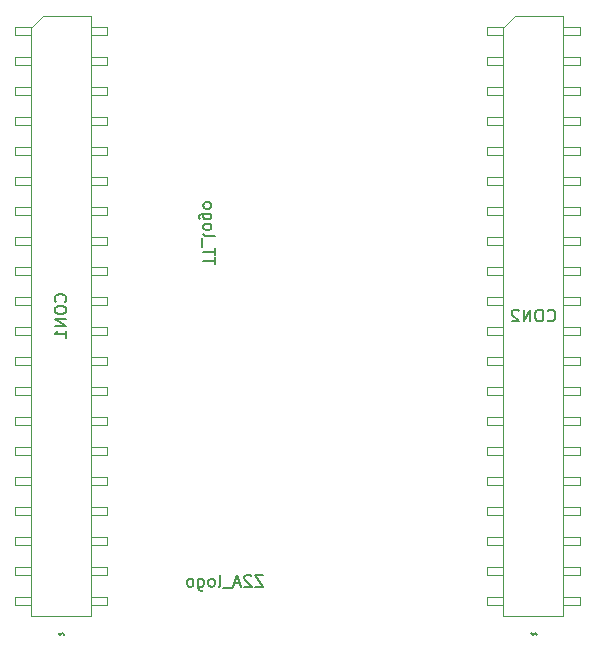
<source format=gbr>
%TF.GenerationSoftware,KiCad,Pcbnew,8.0.7-8.0.7-0~ubuntu22.04.1*%
%TF.CreationDate,2024-12-10T17:00:38-05:00*%
%TF.ProjectId,breakout-tt07-qfn,62726561-6b6f-4757-942d-747430372d71,1.1*%
%TF.SameCoordinates,PX2b64660PY42c1d80*%
%TF.FileFunction,AssemblyDrawing,Bot*%
%FSLAX46Y46*%
G04 Gerber Fmt 4.6, Leading zero omitted, Abs format (unit mm)*
G04 Created by KiCad (PCBNEW 8.0.7-8.0.7-0~ubuntu22.04.1) date 2024-12-10 17:00:38*
%MOMM*%
%LPD*%
G01*
G04 APERTURE LIST*
%ADD10C,0.150000*%
%ADD11C,0.100000*%
G04 APERTURE END LIST*
D10*
X90761904Y-70973866D02*
X90714285Y-70926247D01*
X90714285Y-70926247D02*
X90619047Y-70878628D01*
X90619047Y-70878628D02*
X90428571Y-70973866D01*
X90428571Y-70973866D02*
X90333333Y-70926247D01*
X90333333Y-70926247D02*
X90285714Y-70878628D01*
X91714285Y-44359580D02*
X91761904Y-44407200D01*
X91761904Y-44407200D02*
X91904761Y-44454819D01*
X91904761Y-44454819D02*
X91999999Y-44454819D01*
X91999999Y-44454819D02*
X92142856Y-44407200D01*
X92142856Y-44407200D02*
X92238094Y-44311961D01*
X92238094Y-44311961D02*
X92285713Y-44216723D01*
X92285713Y-44216723D02*
X92333332Y-44026247D01*
X92333332Y-44026247D02*
X92333332Y-43883390D01*
X92333332Y-43883390D02*
X92285713Y-43692914D01*
X92285713Y-43692914D02*
X92238094Y-43597676D01*
X92238094Y-43597676D02*
X92142856Y-43502438D01*
X92142856Y-43502438D02*
X91999999Y-43454819D01*
X91999999Y-43454819D02*
X91904761Y-43454819D01*
X91904761Y-43454819D02*
X91761904Y-43502438D01*
X91761904Y-43502438D02*
X91714285Y-43550057D01*
X91095237Y-43454819D02*
X90904761Y-43454819D01*
X90904761Y-43454819D02*
X90809523Y-43502438D01*
X90809523Y-43502438D02*
X90714285Y-43597676D01*
X90714285Y-43597676D02*
X90666666Y-43788152D01*
X90666666Y-43788152D02*
X90666666Y-44121485D01*
X90666666Y-44121485D02*
X90714285Y-44311961D01*
X90714285Y-44311961D02*
X90809523Y-44407200D01*
X90809523Y-44407200D02*
X90904761Y-44454819D01*
X90904761Y-44454819D02*
X91095237Y-44454819D01*
X91095237Y-44454819D02*
X91190475Y-44407200D01*
X91190475Y-44407200D02*
X91285713Y-44311961D01*
X91285713Y-44311961D02*
X91333332Y-44121485D01*
X91333332Y-44121485D02*
X91333332Y-43788152D01*
X91333332Y-43788152D02*
X91285713Y-43597676D01*
X91285713Y-43597676D02*
X91190475Y-43502438D01*
X91190475Y-43502438D02*
X91095237Y-43454819D01*
X90238094Y-44454819D02*
X90238094Y-43454819D01*
X90238094Y-43454819D02*
X89666666Y-44454819D01*
X89666666Y-44454819D02*
X89666666Y-43454819D01*
X89238094Y-43550057D02*
X89190475Y-43502438D01*
X89190475Y-43502438D02*
X89095237Y-43454819D01*
X89095237Y-43454819D02*
X88857142Y-43454819D01*
X88857142Y-43454819D02*
X88761904Y-43502438D01*
X88761904Y-43502438D02*
X88714285Y-43550057D01*
X88714285Y-43550057D02*
X88666666Y-43645295D01*
X88666666Y-43645295D02*
X88666666Y-43740533D01*
X88666666Y-43740533D02*
X88714285Y-43883390D01*
X88714285Y-43883390D02*
X89285713Y-44454819D01*
X89285713Y-44454819D02*
X88666666Y-44454819D01*
X67598895Y-65912867D02*
X66932229Y-65912867D01*
X66932229Y-65912867D02*
X67598895Y-66912867D01*
X67598895Y-66912867D02*
X66932229Y-66912867D01*
X66598895Y-66008105D02*
X66551276Y-65960486D01*
X66551276Y-65960486D02*
X66456038Y-65912867D01*
X66456038Y-65912867D02*
X66217943Y-65912867D01*
X66217943Y-65912867D02*
X66122705Y-65960486D01*
X66122705Y-65960486D02*
X66075086Y-66008105D01*
X66075086Y-66008105D02*
X66027467Y-66103343D01*
X66027467Y-66103343D02*
X66027467Y-66198581D01*
X66027467Y-66198581D02*
X66075086Y-66341438D01*
X66075086Y-66341438D02*
X66646514Y-66912867D01*
X66646514Y-66912867D02*
X66027467Y-66912867D01*
X65646514Y-66627152D02*
X65170324Y-66627152D01*
X65741752Y-66912867D02*
X65408419Y-65912867D01*
X65408419Y-65912867D02*
X65075086Y-66912867D01*
X64979848Y-67008105D02*
X64217943Y-67008105D01*
X63836990Y-66912867D02*
X63932228Y-66865248D01*
X63932228Y-66865248D02*
X63979847Y-66770009D01*
X63979847Y-66770009D02*
X63979847Y-65912867D01*
X63313180Y-66912867D02*
X63408418Y-66865248D01*
X63408418Y-66865248D02*
X63456037Y-66817628D01*
X63456037Y-66817628D02*
X63503656Y-66722390D01*
X63503656Y-66722390D02*
X63503656Y-66436676D01*
X63503656Y-66436676D02*
X63456037Y-66341438D01*
X63456037Y-66341438D02*
X63408418Y-66293819D01*
X63408418Y-66293819D02*
X63313180Y-66246200D01*
X63313180Y-66246200D02*
X63170323Y-66246200D01*
X63170323Y-66246200D02*
X63075085Y-66293819D01*
X63075085Y-66293819D02*
X63027466Y-66341438D01*
X63027466Y-66341438D02*
X62979847Y-66436676D01*
X62979847Y-66436676D02*
X62979847Y-66722390D01*
X62979847Y-66722390D02*
X63027466Y-66817628D01*
X63027466Y-66817628D02*
X63075085Y-66865248D01*
X63075085Y-66865248D02*
X63170323Y-66912867D01*
X63170323Y-66912867D02*
X63313180Y-66912867D01*
X62122704Y-66246200D02*
X62122704Y-67055724D01*
X62122704Y-67055724D02*
X62170323Y-67150962D01*
X62170323Y-67150962D02*
X62217942Y-67198581D01*
X62217942Y-67198581D02*
X62313180Y-67246200D01*
X62313180Y-67246200D02*
X62456037Y-67246200D01*
X62456037Y-67246200D02*
X62551275Y-67198581D01*
X62122704Y-66865248D02*
X62217942Y-66912867D01*
X62217942Y-66912867D02*
X62408418Y-66912867D01*
X62408418Y-66912867D02*
X62503656Y-66865248D01*
X62503656Y-66865248D02*
X62551275Y-66817628D01*
X62551275Y-66817628D02*
X62598894Y-66722390D01*
X62598894Y-66722390D02*
X62598894Y-66436676D01*
X62598894Y-66436676D02*
X62551275Y-66341438D01*
X62551275Y-66341438D02*
X62503656Y-66293819D01*
X62503656Y-66293819D02*
X62408418Y-66246200D01*
X62408418Y-66246200D02*
X62217942Y-66246200D01*
X62217942Y-66246200D02*
X62122704Y-66293819D01*
X61503656Y-66912867D02*
X61598894Y-66865248D01*
X61598894Y-66865248D02*
X61646513Y-66817628D01*
X61646513Y-66817628D02*
X61694132Y-66722390D01*
X61694132Y-66722390D02*
X61694132Y-66436676D01*
X61694132Y-66436676D02*
X61646513Y-66341438D01*
X61646513Y-66341438D02*
X61598894Y-66293819D01*
X61598894Y-66293819D02*
X61503656Y-66246200D01*
X61503656Y-66246200D02*
X61360799Y-66246200D01*
X61360799Y-66246200D02*
X61265561Y-66293819D01*
X61265561Y-66293819D02*
X61217942Y-66341438D01*
X61217942Y-66341438D02*
X61170323Y-66436676D01*
X61170323Y-66436676D02*
X61170323Y-66722390D01*
X61170323Y-66722390D02*
X61217942Y-66817628D01*
X61217942Y-66817628D02*
X61265561Y-66865248D01*
X61265561Y-66865248D02*
X61360799Y-66912867D01*
X61360799Y-66912867D02*
X61503656Y-66912867D01*
X63545180Y-39616666D02*
X63545180Y-39045238D01*
X62545180Y-39330952D02*
X63545180Y-39330952D01*
X63545180Y-38854761D02*
X63545180Y-38283333D01*
X62545180Y-38569047D02*
X63545180Y-38569047D01*
X62449942Y-38188095D02*
X62449942Y-37426190D01*
X62545180Y-37045237D02*
X62592800Y-37140475D01*
X62592800Y-37140475D02*
X62688038Y-37188094D01*
X62688038Y-37188094D02*
X63545180Y-37188094D01*
X62545180Y-36521427D02*
X62592800Y-36616665D01*
X62592800Y-36616665D02*
X62640419Y-36664284D01*
X62640419Y-36664284D02*
X62735657Y-36711903D01*
X62735657Y-36711903D02*
X63021371Y-36711903D01*
X63021371Y-36711903D02*
X63116609Y-36664284D01*
X63116609Y-36664284D02*
X63164228Y-36616665D01*
X63164228Y-36616665D02*
X63211847Y-36521427D01*
X63211847Y-36521427D02*
X63211847Y-36378570D01*
X63211847Y-36378570D02*
X63164228Y-36283332D01*
X63164228Y-36283332D02*
X63116609Y-36235713D01*
X63116609Y-36235713D02*
X63021371Y-36188094D01*
X63021371Y-36188094D02*
X62735657Y-36188094D01*
X62735657Y-36188094D02*
X62640419Y-36235713D01*
X62640419Y-36235713D02*
X62592800Y-36283332D01*
X62592800Y-36283332D02*
X62545180Y-36378570D01*
X62545180Y-36378570D02*
X62545180Y-36521427D01*
X63211847Y-35330951D02*
X62402323Y-35330951D01*
X62402323Y-35330951D02*
X62307085Y-35378570D01*
X62307085Y-35378570D02*
X62259466Y-35426189D01*
X62259466Y-35426189D02*
X62211847Y-35521427D01*
X62211847Y-35521427D02*
X62211847Y-35664284D01*
X62211847Y-35664284D02*
X62259466Y-35759522D01*
X62592800Y-35330951D02*
X62545180Y-35426189D01*
X62545180Y-35426189D02*
X62545180Y-35616665D01*
X62545180Y-35616665D02*
X62592800Y-35711903D01*
X62592800Y-35711903D02*
X62640419Y-35759522D01*
X62640419Y-35759522D02*
X62735657Y-35807141D01*
X62735657Y-35807141D02*
X63021371Y-35807141D01*
X63021371Y-35807141D02*
X63116609Y-35759522D01*
X63116609Y-35759522D02*
X63164228Y-35711903D01*
X63164228Y-35711903D02*
X63211847Y-35616665D01*
X63211847Y-35616665D02*
X63211847Y-35426189D01*
X63211847Y-35426189D02*
X63164228Y-35330951D01*
X62545180Y-34711903D02*
X62592800Y-34807141D01*
X62592800Y-34807141D02*
X62640419Y-34854760D01*
X62640419Y-34854760D02*
X62735657Y-34902379D01*
X62735657Y-34902379D02*
X63021371Y-34902379D01*
X63021371Y-34902379D02*
X63116609Y-34854760D01*
X63116609Y-34854760D02*
X63164228Y-34807141D01*
X63164228Y-34807141D02*
X63211847Y-34711903D01*
X63211847Y-34711903D02*
X63211847Y-34569046D01*
X63211847Y-34569046D02*
X63164228Y-34473808D01*
X63164228Y-34473808D02*
X63116609Y-34426189D01*
X63116609Y-34426189D02*
X63021371Y-34378570D01*
X63021371Y-34378570D02*
X62735657Y-34378570D01*
X62735657Y-34378570D02*
X62640419Y-34426189D01*
X62640419Y-34426189D02*
X62592800Y-34473808D01*
X62592800Y-34473808D02*
X62545180Y-34569046D01*
X62545180Y-34569046D02*
X62545180Y-34711903D01*
X50761904Y-70973866D02*
X50714285Y-70926247D01*
X50714285Y-70926247D02*
X50619047Y-70878628D01*
X50619047Y-70878628D02*
X50428571Y-70973866D01*
X50428571Y-70973866D02*
X50333333Y-70926247D01*
X50333333Y-70926247D02*
X50285714Y-70878628D01*
X50859580Y-42785714D02*
X50907200Y-42738095D01*
X50907200Y-42738095D02*
X50954819Y-42595238D01*
X50954819Y-42595238D02*
X50954819Y-42500000D01*
X50954819Y-42500000D02*
X50907200Y-42357143D01*
X50907200Y-42357143D02*
X50811961Y-42261905D01*
X50811961Y-42261905D02*
X50716723Y-42214286D01*
X50716723Y-42214286D02*
X50526247Y-42166667D01*
X50526247Y-42166667D02*
X50383390Y-42166667D01*
X50383390Y-42166667D02*
X50192914Y-42214286D01*
X50192914Y-42214286D02*
X50097676Y-42261905D01*
X50097676Y-42261905D02*
X50002438Y-42357143D01*
X50002438Y-42357143D02*
X49954819Y-42500000D01*
X49954819Y-42500000D02*
X49954819Y-42595238D01*
X49954819Y-42595238D02*
X50002438Y-42738095D01*
X50002438Y-42738095D02*
X50050057Y-42785714D01*
X49954819Y-43404762D02*
X49954819Y-43595238D01*
X49954819Y-43595238D02*
X50002438Y-43690476D01*
X50002438Y-43690476D02*
X50097676Y-43785714D01*
X50097676Y-43785714D02*
X50288152Y-43833333D01*
X50288152Y-43833333D02*
X50621485Y-43833333D01*
X50621485Y-43833333D02*
X50811961Y-43785714D01*
X50811961Y-43785714D02*
X50907200Y-43690476D01*
X50907200Y-43690476D02*
X50954819Y-43595238D01*
X50954819Y-43595238D02*
X50954819Y-43404762D01*
X50954819Y-43404762D02*
X50907200Y-43309524D01*
X50907200Y-43309524D02*
X50811961Y-43214286D01*
X50811961Y-43214286D02*
X50621485Y-43166667D01*
X50621485Y-43166667D02*
X50288152Y-43166667D01*
X50288152Y-43166667D02*
X50097676Y-43214286D01*
X50097676Y-43214286D02*
X50002438Y-43309524D01*
X50002438Y-43309524D02*
X49954819Y-43404762D01*
X50954819Y-44261905D02*
X49954819Y-44261905D01*
X49954819Y-44261905D02*
X50954819Y-44833333D01*
X50954819Y-44833333D02*
X49954819Y-44833333D01*
X50954819Y-45833333D02*
X50954819Y-45261905D01*
X50954819Y-45547619D02*
X49954819Y-45547619D01*
X49954819Y-45547619D02*
X50097676Y-45452381D01*
X50097676Y-45452381D02*
X50192914Y-45357143D01*
X50192914Y-45357143D02*
X50240533Y-45261905D01*
D11*
%TO.C,CON2*%
X86580000Y-19550000D02*
X87960000Y-19550000D01*
X86580000Y-20190000D02*
X86580000Y-19550000D01*
X86580000Y-22090000D02*
X87960000Y-22090000D01*
X86580000Y-22730000D02*
X86580000Y-22090000D01*
X86580000Y-24630000D02*
X87960000Y-24630000D01*
X86580000Y-25270000D02*
X86580000Y-24630000D01*
X86580000Y-27170000D02*
X87960000Y-27170000D01*
X86580000Y-27810000D02*
X86580000Y-27170000D01*
X86580000Y-29710000D02*
X87960000Y-29710000D01*
X86580000Y-30350000D02*
X86580000Y-29710000D01*
X86580000Y-32250000D02*
X87960000Y-32250000D01*
X86580000Y-32890000D02*
X86580000Y-32250000D01*
X86580000Y-34790000D02*
X87960000Y-34790000D01*
X86580000Y-35430000D02*
X86580000Y-34790000D01*
X86580000Y-37330000D02*
X87960000Y-37330000D01*
X86580000Y-37970000D02*
X86580000Y-37330000D01*
X86580000Y-39870000D02*
X87960000Y-39870000D01*
X86580000Y-40510000D02*
X86580000Y-39870000D01*
X86580000Y-42410000D02*
X87960000Y-42410000D01*
X86580000Y-43050000D02*
X86580000Y-42410000D01*
X86580000Y-44950000D02*
X87960000Y-44950000D01*
X86580000Y-45590000D02*
X86580000Y-44950000D01*
X86580000Y-47490000D02*
X87960000Y-47490000D01*
X86580000Y-48130000D02*
X86580000Y-47490000D01*
X86580000Y-50030000D02*
X87960000Y-50030000D01*
X86580000Y-50670000D02*
X86580000Y-50030000D01*
X86580000Y-52570000D02*
X87960000Y-52570000D01*
X86580000Y-53210000D02*
X86580000Y-52570000D01*
X86580000Y-55110000D02*
X87960000Y-55110000D01*
X86580000Y-55750000D02*
X86580000Y-55110000D01*
X86580000Y-57650000D02*
X87960000Y-57650000D01*
X86580000Y-58290000D02*
X86580000Y-57650000D01*
X86580000Y-60190000D02*
X87960000Y-60190000D01*
X86580000Y-60830000D02*
X86580000Y-60190000D01*
X86580000Y-62730000D02*
X87960000Y-62730000D01*
X86580000Y-63370000D02*
X86580000Y-62730000D01*
X86580000Y-65270000D02*
X87960000Y-65270000D01*
X86580000Y-65910000D02*
X86580000Y-65270000D01*
X86580000Y-67810000D02*
X87960000Y-67810000D01*
X86580000Y-68450000D02*
X86580000Y-67810000D01*
X87960000Y-19600000D02*
X88960000Y-18600000D01*
X87960000Y-20190000D02*
X86580000Y-20190000D01*
X87960000Y-22730000D02*
X86580000Y-22730000D01*
X87960000Y-25270000D02*
X86580000Y-25270000D01*
X87960000Y-27810000D02*
X86580000Y-27810000D01*
X87960000Y-30350000D02*
X86580000Y-30350000D01*
X87960000Y-32890000D02*
X86580000Y-32890000D01*
X87960000Y-35430000D02*
X86580000Y-35430000D01*
X87960000Y-37970000D02*
X86580000Y-37970000D01*
X87960000Y-40510000D02*
X86580000Y-40510000D01*
X87960000Y-43050000D02*
X86580000Y-43050000D01*
X87960000Y-45590000D02*
X86580000Y-45590000D01*
X87960000Y-48130000D02*
X86580000Y-48130000D01*
X87960000Y-50670000D02*
X86580000Y-50670000D01*
X87960000Y-53210000D02*
X86580000Y-53210000D01*
X87960000Y-55750000D02*
X86580000Y-55750000D01*
X87960000Y-58290000D02*
X86580000Y-58290000D01*
X87960000Y-60830000D02*
X86580000Y-60830000D01*
X87960000Y-63370000D02*
X86580000Y-63370000D01*
X87960000Y-65910000D02*
X86580000Y-65910000D01*
X87960000Y-68450000D02*
X86580000Y-68450000D01*
X87960000Y-69400000D02*
X87960000Y-19600000D01*
X88960000Y-18600000D02*
X93040000Y-18600000D01*
X93040000Y-18600000D02*
X93040000Y-69400000D01*
X93040000Y-19550000D02*
X94420000Y-19550000D01*
X93040000Y-22090000D02*
X94420000Y-22090000D01*
X93040000Y-24630000D02*
X94420000Y-24630000D01*
X93040000Y-27170000D02*
X94420000Y-27170000D01*
X93040000Y-29710000D02*
X94420000Y-29710000D01*
X93040000Y-32250000D02*
X94420000Y-32250000D01*
X93040000Y-34790000D02*
X94420000Y-34790000D01*
X93040000Y-37330000D02*
X94420000Y-37330000D01*
X93040000Y-39870000D02*
X94420000Y-39870000D01*
X93040000Y-42410000D02*
X94420000Y-42410000D01*
X93040000Y-44950000D02*
X94420000Y-44950000D01*
X93040000Y-47490000D02*
X94420000Y-47490000D01*
X93040000Y-50030000D02*
X94420000Y-50030000D01*
X93040000Y-52570000D02*
X94420000Y-52570000D01*
X93040000Y-55110000D02*
X94420000Y-55110000D01*
X93040000Y-57650000D02*
X94420000Y-57650000D01*
X93040000Y-60190000D02*
X94420000Y-60190000D01*
X93040000Y-62730000D02*
X94420000Y-62730000D01*
X93040000Y-65270000D02*
X94420000Y-65270000D01*
X93040000Y-67810000D02*
X94420000Y-67810000D01*
X93040000Y-69400000D02*
X87960000Y-69400000D01*
X94420000Y-19550000D02*
X94420000Y-20190000D01*
X94420000Y-20190000D02*
X93040000Y-20190000D01*
X94420000Y-22090000D02*
X94420000Y-22730000D01*
X94420000Y-22730000D02*
X93040000Y-22730000D01*
X94420000Y-24630000D02*
X94420000Y-25270000D01*
X94420000Y-25270000D02*
X93040000Y-25270000D01*
X94420000Y-27170000D02*
X94420000Y-27810000D01*
X94420000Y-27810000D02*
X93040000Y-27810000D01*
X94420000Y-29710000D02*
X94420000Y-30350000D01*
X94420000Y-30350000D02*
X93040000Y-30350000D01*
X94420000Y-32250000D02*
X94420000Y-32890000D01*
X94420000Y-32890000D02*
X93040000Y-32890000D01*
X94420000Y-34790000D02*
X94420000Y-35430000D01*
X94420000Y-35430000D02*
X93040000Y-35430000D01*
X94420000Y-37330000D02*
X94420000Y-37970000D01*
X94420000Y-37970000D02*
X93040000Y-37970000D01*
X94420000Y-39870000D02*
X94420000Y-40510000D01*
X94420000Y-40510000D02*
X93040000Y-40510000D01*
X94420000Y-42410000D02*
X94420000Y-43050000D01*
X94420000Y-43050000D02*
X93040000Y-43050000D01*
X94420000Y-44950000D02*
X94420000Y-45590000D01*
X94420000Y-45590000D02*
X93040000Y-45590000D01*
X94420000Y-47490000D02*
X94420000Y-48130000D01*
X94420000Y-48130000D02*
X93040000Y-48130000D01*
X94420000Y-50030000D02*
X94420000Y-50670000D01*
X94420000Y-50670000D02*
X93040000Y-50670000D01*
X94420000Y-52570000D02*
X94420000Y-53210000D01*
X94420000Y-53210000D02*
X93040000Y-53210000D01*
X94420000Y-55110000D02*
X94420000Y-55750000D01*
X94420000Y-55750000D02*
X93040000Y-55750000D01*
X94420000Y-57650000D02*
X94420000Y-58290000D01*
X94420000Y-58290000D02*
X93040000Y-58290000D01*
X94420000Y-60190000D02*
X94420000Y-60830000D01*
X94420000Y-60830000D02*
X93040000Y-60830000D01*
X94420000Y-62730000D02*
X94420000Y-63370000D01*
X94420000Y-63370000D02*
X93040000Y-63370000D01*
X94420000Y-65270000D02*
X94420000Y-65910000D01*
X94420000Y-65910000D02*
X93040000Y-65910000D01*
X94420000Y-67810000D02*
X94420000Y-68450000D01*
X94420000Y-68450000D02*
X93040000Y-68450000D01*
%TO.C,CON1*%
X46580000Y-19550000D02*
X47960000Y-19550000D01*
X46580000Y-20190000D02*
X46580000Y-19550000D01*
X46580000Y-22090000D02*
X47960000Y-22090000D01*
X46580000Y-22730000D02*
X46580000Y-22090000D01*
X46580000Y-24630000D02*
X47960000Y-24630000D01*
X46580000Y-25270000D02*
X46580000Y-24630000D01*
X46580000Y-27170000D02*
X47960000Y-27170000D01*
X46580000Y-27810000D02*
X46580000Y-27170000D01*
X46580000Y-29710000D02*
X47960000Y-29710000D01*
X46580000Y-30350000D02*
X46580000Y-29710000D01*
X46580000Y-32250000D02*
X47960000Y-32250000D01*
X46580000Y-32890000D02*
X46580000Y-32250000D01*
X46580000Y-34790000D02*
X47960000Y-34790000D01*
X46580000Y-35430000D02*
X46580000Y-34790000D01*
X46580000Y-37330000D02*
X47960000Y-37330000D01*
X46580000Y-37970000D02*
X46580000Y-37330000D01*
X46580000Y-39870000D02*
X47960000Y-39870000D01*
X46580000Y-40510000D02*
X46580000Y-39870000D01*
X46580000Y-42410000D02*
X47960000Y-42410000D01*
X46580000Y-43050000D02*
X46580000Y-42410000D01*
X46580000Y-44950000D02*
X47960000Y-44950000D01*
X46580000Y-45590000D02*
X46580000Y-44950000D01*
X46580000Y-47490000D02*
X47960000Y-47490000D01*
X46580000Y-48130000D02*
X46580000Y-47490000D01*
X46580000Y-50030000D02*
X47960000Y-50030000D01*
X46580000Y-50670000D02*
X46580000Y-50030000D01*
X46580000Y-52570000D02*
X47960000Y-52570000D01*
X46580000Y-53210000D02*
X46580000Y-52570000D01*
X46580000Y-55110000D02*
X47960000Y-55110000D01*
X46580000Y-55750000D02*
X46580000Y-55110000D01*
X46580000Y-57650000D02*
X47960000Y-57650000D01*
X46580000Y-58290000D02*
X46580000Y-57650000D01*
X46580000Y-60190000D02*
X47960000Y-60190000D01*
X46580000Y-60830000D02*
X46580000Y-60190000D01*
X46580000Y-62730000D02*
X47960000Y-62730000D01*
X46580000Y-63370000D02*
X46580000Y-62730000D01*
X46580000Y-65270000D02*
X47960000Y-65270000D01*
X46580000Y-65910000D02*
X46580000Y-65270000D01*
X46580000Y-67810000D02*
X47960000Y-67810000D01*
X46580000Y-68450000D02*
X46580000Y-67810000D01*
X47960000Y-19600000D02*
X48960000Y-18600000D01*
X47960000Y-20190000D02*
X46580000Y-20190000D01*
X47960000Y-22730000D02*
X46580000Y-22730000D01*
X47960000Y-25270000D02*
X46580000Y-25270000D01*
X47960000Y-27810000D02*
X46580000Y-27810000D01*
X47960000Y-30350000D02*
X46580000Y-30350000D01*
X47960000Y-32890000D02*
X46580000Y-32890000D01*
X47960000Y-35430000D02*
X46580000Y-35430000D01*
X47960000Y-37970000D02*
X46580000Y-37970000D01*
X47960000Y-40510000D02*
X46580000Y-40510000D01*
X47960000Y-43050000D02*
X46580000Y-43050000D01*
X47960000Y-45590000D02*
X46580000Y-45590000D01*
X47960000Y-48130000D02*
X46580000Y-48130000D01*
X47960000Y-50670000D02*
X46580000Y-50670000D01*
X47960000Y-53210000D02*
X46580000Y-53210000D01*
X47960000Y-55750000D02*
X46580000Y-55750000D01*
X47960000Y-58290000D02*
X46580000Y-58290000D01*
X47960000Y-60830000D02*
X46580000Y-60830000D01*
X47960000Y-63370000D02*
X46580000Y-63370000D01*
X47960000Y-65910000D02*
X46580000Y-65910000D01*
X47960000Y-68450000D02*
X46580000Y-68450000D01*
X47960000Y-69400000D02*
X47960000Y-19600000D01*
X48960000Y-18600000D02*
X53040000Y-18600000D01*
X53040000Y-18600000D02*
X53040000Y-69400000D01*
X53040000Y-19550000D02*
X54420000Y-19550000D01*
X53040000Y-22090000D02*
X54420000Y-22090000D01*
X53040000Y-24630000D02*
X54420000Y-24630000D01*
X53040000Y-27170000D02*
X54420000Y-27170000D01*
X53040000Y-29710000D02*
X54420000Y-29710000D01*
X53040000Y-32250000D02*
X54420000Y-32250000D01*
X53040000Y-34790000D02*
X54420000Y-34790000D01*
X53040000Y-37330000D02*
X54420000Y-37330000D01*
X53040000Y-39870000D02*
X54420000Y-39870000D01*
X53040000Y-42410000D02*
X54420000Y-42410000D01*
X53040000Y-44950000D02*
X54420000Y-44950000D01*
X53040000Y-47490000D02*
X54420000Y-47490000D01*
X53040000Y-50030000D02*
X54420000Y-50030000D01*
X53040000Y-52570000D02*
X54420000Y-52570000D01*
X53040000Y-55110000D02*
X54420000Y-55110000D01*
X53040000Y-57650000D02*
X54420000Y-57650000D01*
X53040000Y-60190000D02*
X54420000Y-60190000D01*
X53040000Y-62730000D02*
X54420000Y-62730000D01*
X53040000Y-65270000D02*
X54420000Y-65270000D01*
X53040000Y-67810000D02*
X54420000Y-67810000D01*
X53040000Y-69400000D02*
X47960000Y-69400000D01*
X54420000Y-19550000D02*
X54420000Y-20190000D01*
X54420000Y-20190000D02*
X53040000Y-20190000D01*
X54420000Y-22090000D02*
X54420000Y-22730000D01*
X54420000Y-22730000D02*
X53040000Y-22730000D01*
X54420000Y-24630000D02*
X54420000Y-25270000D01*
X54420000Y-25270000D02*
X53040000Y-25270000D01*
X54420000Y-27170000D02*
X54420000Y-27810000D01*
X54420000Y-27810000D02*
X53040000Y-27810000D01*
X54420000Y-29710000D02*
X54420000Y-30350000D01*
X54420000Y-30350000D02*
X53040000Y-30350000D01*
X54420000Y-32250000D02*
X54420000Y-32890000D01*
X54420000Y-32890000D02*
X53040000Y-32890000D01*
X54420000Y-34790000D02*
X54420000Y-35430000D01*
X54420000Y-35430000D02*
X53040000Y-35430000D01*
X54420000Y-37330000D02*
X54420000Y-37970000D01*
X54420000Y-37970000D02*
X53040000Y-37970000D01*
X54420000Y-39870000D02*
X54420000Y-40510000D01*
X54420000Y-40510000D02*
X53040000Y-40510000D01*
X54420000Y-42410000D02*
X54420000Y-43050000D01*
X54420000Y-43050000D02*
X53040000Y-43050000D01*
X54420000Y-44950000D02*
X54420000Y-45590000D01*
X54420000Y-45590000D02*
X53040000Y-45590000D01*
X54420000Y-47490000D02*
X54420000Y-48130000D01*
X54420000Y-48130000D02*
X53040000Y-48130000D01*
X54420000Y-50030000D02*
X54420000Y-50670000D01*
X54420000Y-50670000D02*
X53040000Y-50670000D01*
X54420000Y-52570000D02*
X54420000Y-53210000D01*
X54420000Y-53210000D02*
X53040000Y-53210000D01*
X54420000Y-55110000D02*
X54420000Y-55750000D01*
X54420000Y-55750000D02*
X53040000Y-55750000D01*
X54420000Y-57650000D02*
X54420000Y-58290000D01*
X54420000Y-58290000D02*
X53040000Y-58290000D01*
X54420000Y-60190000D02*
X54420000Y-60830000D01*
X54420000Y-60830000D02*
X53040000Y-60830000D01*
X54420000Y-62730000D02*
X54420000Y-63370000D01*
X54420000Y-63370000D02*
X53040000Y-63370000D01*
X54420000Y-65270000D02*
X54420000Y-65910000D01*
X54420000Y-65910000D02*
X53040000Y-65910000D01*
X54420000Y-67810000D02*
X54420000Y-68450000D01*
X54420000Y-68450000D02*
X53040000Y-68450000D01*
%TD*%
M02*

</source>
